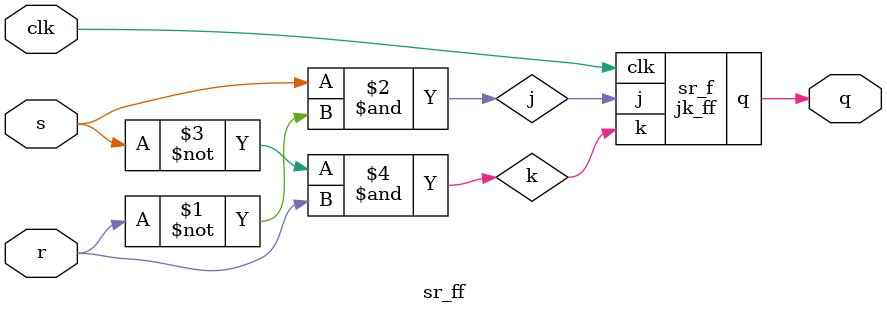
<source format=sv>
module jk_ff(j,k,clk,q);
input wire j,k,clk;
output reg q;

always@(posedge clk)begin 
	if(j==0 && k==0) q<=q;
	else if(j==0 && k==1) q<=0;
	else if(j==1 && k==0) q<=1;
	else q<=~q;
end

endmodule

module sr_ff(s,r,clk,q);
input wire s,r,clk;
output reg q;

wire j,k;
and g1(j,s,(~r));
and g2(k,(~s),r);

jk_ff sr_f(.j(j),.k(k),.clk(clk),.q(q));

endmodule

</source>
